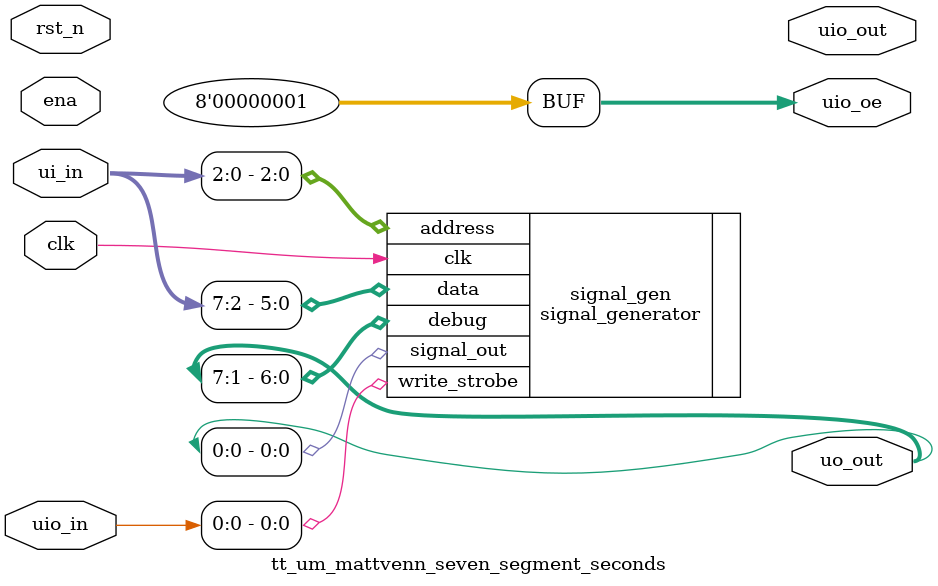
<source format=v>
module tt_um_mattvenn_seven_segment_seconds (
    input  wire [7:0] ui_in,    // Dedicated inputs
    output wire [7:0] uo_out,   // Dedicated outputs
    input  wire [7:0] uio_in,   // IOs: Input path
    output wire [7:0] uio_out,  // IOs: Output path
    output wire [7:0] uio_oe,   // IOs: Enable path (active high: 0=input, 1=output)
    input  wire       ena,      // will go high when the design is enabled
    input  wire       clk,      // clock
    input  wire       rst_n     // reset_n - low to reset
);

signal_generator signal_gen (
    .clk(clk),
    .write_strobe(uio_in[0]),
    .address(ui_in[2:0]),
    .data(ui_in[7:2]),
    .signal_out(uo_out[0]),
    .debug(uo_out[7:1])
);

assign uio_oe = 8'b00000001;

endmodule
</source>
